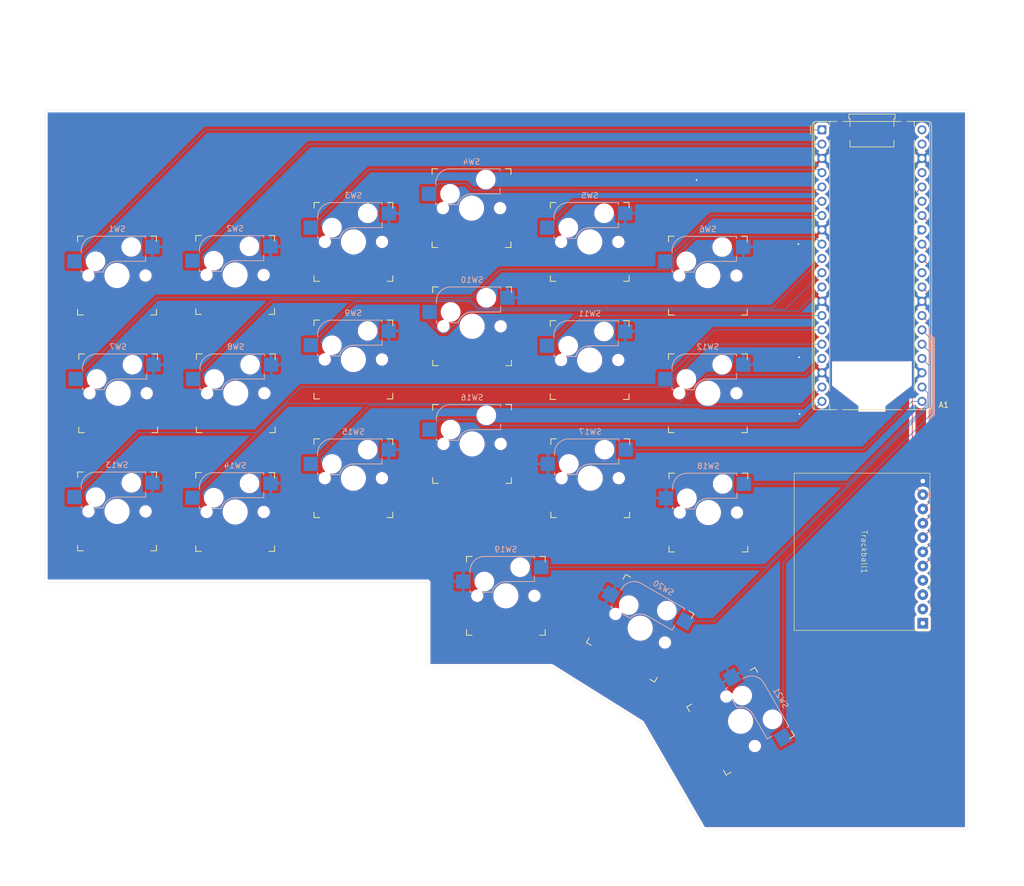
<source format=kicad_pcb>
(kicad_pcb (version 20241229) (generator "pcbnew") (generator_version "9.0")
  (layers (0 "F.Cu" signal "Front") (4 "In1.Cu" signal) (6 "In2.Cu" signal) (2 "B.Cu" signal "Back") (13 "F.Paste" user) (15 "B.Paste" user) (5 "F.SilkS" user "F.Silkscreen") (7 "B.SilkS" user "B.Silkscreen") (1 "F.Mask" user) (3 "B.Mask" user) (25 "Edge.Cuts" user))
  (net 0 "")
  (net 1 "Net-(A1-GPIO6)")
  (net 3 "GND")
  (net 4 "Net-(A1-GPIO12)")
  (net 5 "Net-(A1-GPIO0)")
  (net 6 "Net-(A1-GPIO21)")
  (net 7 "Net-(A1-GPIO15)")
  (net 8 "Net-(A1-GPIO28_ADC2)")
  (net 9 "Net-(A1-GPIO5)")
  (net 11 "Net-(A1-GPIO2)")
  (net 12 "+3V8")
  (net 13 "Net-(A1-GPIO14)")
  (net 14 "Net-(A1-GPIO9)")
  (net 15 "Net-(A1-GPIO1)")
  (net 16 "Net-(A1-GPIO7)")
  (net 17 "Net-(A1-GPIO19)")
  (net 18 "Net-(A1-GPIO17)")
  (net 19 "Net-(A1-GPIO18)")
  (net 20 "Net-(A1-GPIO3)")
  (net 21 "Net-(A1-GPIO20)")
  (net 22 "Net-(A1-GPIO4)")
  (net 23 "Net-(A1-GPIO22)")
  (net 24 "Net-(A1-GPIO8)")
  (net 26 "Net-(A1-GPIO10)")
  (net 27 "Net-(A1-GPIO26_ADC0)")
  (net 30 "Net-(A1-3V3)")
  (net 31 "Net-(A1-GPIO11)")
  (net 32 "Net-(A1-GPIO27_ADC1)")
  (net 33 "Net-(A1-GPIO13)")
  (net 34 "Net-(A1-GPIO16)")
  (footprint "Kailh_socket_MX:Kailh_socket_MX" (layer "F.Cu") (at 80.79 64.48)
    (property "Reference" "SW1" (at 0 -8.255 0) (layer "B.SilkS") (effects (justify mirror)))
    (property "Value" "SW_Push")
    (pad "" np_thru_hole circle (at -5.08 0) (size 1.7018 1.7018) (drill 1.7018) (layers "*.Cu" "*.Mask"))
    (pad "" np_thru_hole circle (at -3.81 -2.54) (size 3 3) (drill 3) (layers "*.Cu" "*.Mask"))
    (pad "" np_thru_hole circle (at 0 0) (size 3.9878 3.9878) (drill 3.9878) (layers "*.Cu" "*.Mask"))
    (pad "" np_thru_hole circle (at 2.54 -5.08) (size 3 3) (drill 3) (layers "*.Cu" "*.Mask"))
    (pad "" np_thru_hole circle (at 5.08 0) (size 1.7018 1.7018) (drill 1.7018) (layers "*.Cu" "*.Mask"))
    (pad "1" smd rect (at 6.29 -5.08) (size 2.55 2.5) (layers "B.Cu" "B.Mask" "B.Paste") (net 3 "GND"))
    (pad "2" smd rect (at -7.56 -2.54) (size 2.55 2.5) (layers "B.Cu" "B.Mask" "B.Paste") (net 5 "Net-(A1-GPIO0)"))
  )
  (footprint "Kailh_socket_MX:Kailh_socket_MX" (layer "F.Cu") (at 101.79 64.38)
    (property "Reference" "SW2" (at 0 -8.255 0) (layer "B.SilkS") (effects (justify mirror)))
    (property "Value" "SW_Push")
    (pad "" np_thru_hole circle (at -5.08 0) (size 1.7018 1.7018) (drill 1.7018) (layers "*.Cu" "*.Mask"))
    (pad "" np_thru_hole circle (at -3.81 -2.54) (size 3 3) (drill 3) (layers "*.Cu" "*.Mask"))
    (pad "" np_thru_hole circle (at 0 0) (size 3.9878 3.9878) (drill 3.9878) (layers "*.Cu" "*.Mask"))
    (pad "" np_thru_hole circle (at 2.54 -5.08) (size 3 3) (drill 3) (layers "*.Cu" "*.Mask"))
    (pad "" np_thru_hole circle (at 5.08 0) (size 1.7018 1.7018) (drill 1.7018) (layers "*.Cu" "*.Mask"))
    (pad "1" smd rect (at 6.29 -5.08) (size 2.55 2.5) (layers "B.Cu" "B.Mask" "B.Paste") (net 3 "GND"))
    (pad "2" smd rect (at -7.56 -2.54) (size 2.55 2.5) (layers "B.Cu" "B.Mask" "B.Paste") (net 15 "Net-(A1-GPIO1)"))
  )
  (footprint "Kailh_socket_MX:Kailh_socket_MX" (layer "F.Cu") (at 185.9 106.6)
    (property "Reference" "SW18" (at 0 -8.255 0) (layer "B.SilkS") (effects (justify mirror)))
    (property "Value" "SW_Push")
    (pad "" np_thru_hole circle (at -5.08 0) (size 1.7018 1.7018) (drill 1.7018) (layers "*.Cu" "*.Mask"))
    (pad "" np_thru_hole circle (at -3.81 -2.54) (size 3 3) (drill 3) (layers "*.Cu" "*.Mask"))
    (pad "" np_thru_hole circle (at 0 0) (size 3.9878 3.9878) (drill 3.9878) (layers "*.Cu" "*.Mask"))
    (pad "" np_thru_hole circle (at 2.54 -5.08) (size 3 3) (drill 3) (layers "*.Cu" "*.Mask"))
    (pad "" np_thru_hole circle (at 5.08 0) (size 1.7018 1.7018) (drill 1.7018) (layers "*.Cu" "*.Mask"))
    (pad "1" smd rect (at 6.29 -5.08) (size 2.55 2.5) (layers "B.Cu" "B.Mask" "B.Paste") (net 18 "Net-(A1-GPIO17)"))
    (pad "2" smd rect (at -7.56 -2.54) (size 2.55 2.5) (layers "B.Cu" "B.Mask" "B.Paste") (net 3 "GND"))
  )
  (footprint "Kailh_socket_MX:Kailh_socket_MX" (layer "F.Cu") (at 122.8 79.4)
    (property "Reference" "SW9" (at 0 -8.255 0) (layer "B.SilkS") (effects (justify mirror)))
    (property "Value" "SW_Push")
    (pad "" np_thru_hole circle (at -5.08 0) (size 1.7018 1.7018) (drill 1.7018) (layers "*.Cu" "*.Mask"))
    (pad "" np_thru_hole circle (at -3.81 -2.54) (size 3 3) (drill 3) (layers "*.Cu" "*.Mask"))
    (pad "" np_thru_hole circle (at 0 0) (size 3.9878 3.9878) (drill 3.9878) (layers "*.Cu" "*.Mask"))
    (pad "" np_thru_hole circle (at 2.54 -5.08) (size 3 3) (drill 3) (layers "*.Cu" "*.Mask"))
    (pad "" np_thru_hole circle (at 5.08 0) (size 1.7018 1.7018) (drill 1.7018) (layers "*.Cu" "*.Mask"))
    (pad "1" smd rect (at 6.29 -5.08) (size 2.55 2.5) (layers "B.Cu" "B.Mask" "B.Paste") (net 3 "GND"))
    (pad "2" smd rect (at -7.56 -2.54) (size 2.55 2.5) (layers "B.Cu" "B.Mask" "B.Paste") (net 24 "Net-(A1-GPIO8)"))
  )
  (footprint "Kailh_socket_MX:Kailh_socket_MX" (layer "F.Cu") (at 122.8 100.5)
    (property "Reference" "SW15" (at 0 -8.255 0) (layer "B.SilkS") (effects (justify mirror)))
    (property "Value" "SW_Push")
    (pad "" np_thru_hole circle (at -5.08 0) (size 1.7018 1.7018) (drill 1.7018) (layers "*.Cu" "*.Mask"))
    (pad "" np_thru_hole circle (at -3.81 -2.54) (size 3 3) (drill 3) (layers "*.Cu" "*.Mask"))
    (pad "" np_thru_hole circle (at 0 0) (size 3.9878 3.9878) (drill 3.9878) (layers "*.Cu" "*.Mask"))
    (pad "" np_thru_hole circle (at 2.54 -5.08) (size 3 3) (drill 3) (layers "*.Cu" "*.Mask"))
    (pad "" np_thru_hole circle (at 5.08 0) (size 1.7018 1.7018) (drill 1.7018) (layers "*.Cu" "*.Mask"))
    (pad "1" smd rect (at 6.29 -5.08) (size 2.55 2.5) (layers "B.Cu" "B.Mask" "B.Paste") (net 3 "GND"))
    (pad "2" smd rect (at -7.56 -2.54) (size 2.55 2.5) (layers "B.Cu" "B.Mask" "B.Paste") (net 13 "Net-(A1-GPIO14)"))
  )
  (footprint "Kailh_socket_MX:Kailh_socket_MX" (layer "F.Cu") (at 80.8 106.4)
    (property "Reference" "SW13" (at 0 -8.255 0) (layer "B.SilkS") (effects (justify mirror)))
    (property "Value" "SW_Push")
    (pad "" np_thru_hole circle (at -5.08 0) (size 1.7018 1.7018) (drill 1.7018) (layers "*.Cu" "*.Mask"))
    (pad "" np_thru_hole circle (at -3.81 -2.54) (size 3 3) (drill 3) (layers "*.Cu" "*.Mask"))
    (pad "" np_thru_hole circle (at 0 0) (size 3.9878 3.9878) (drill 3.9878) (layers "*.Cu" "*.Mask"))
    (pad "" np_thru_hole circle (at 2.54 -5.08) (size 3 3) (drill 3) (layers "*.Cu" "*.Mask"))
    (pad "" np_thru_hole circle (at 5.08 0) (size 1.7018 1.7018) (drill 1.7018) (layers "*.Cu" "*.Mask"))
    (pad "1" smd rect (at 6.29 -5.08) (size 2.55 2.5) (layers "B.Cu" "B.Mask" "B.Paste") (net 3 "GND"))
    (pad "2" smd rect (at -7.56 -2.54) (size 2.55 2.5) (layers "B.Cu" "B.Mask" "B.Paste") (net 4 "Net-(A1-GPIO12)"))
  )
  (footprint "Kailh_socket_MX:Kailh_socket_MX" (layer "F.Cu") (at 101.9 85.4)
    (property "Reference" "SW8" (at 0 -8.255 0) (layer "B.SilkS") (effects (justify mirror)))
    (property "Value" "SW_Push")
    (pad "" np_thru_hole circle (at -5.08 0) (size 1.7018 1.7018) (drill 1.7018) (layers "*.Cu" "*.Mask"))
    (pad "" np_thru_hole circle (at -3.81 -2.54) (size 3 3) (drill 3) (layers "*.Cu" "*.Mask"))
    (pad "" np_thru_hole circle (at 0 0) (size 3.9878 3.9878) (drill 3.9878) (layers "*.Cu" "*.Mask"))
    (pad "" np_thru_hole circle (at 2.54 -5.08) (size 3 3) (drill 3) (layers "*.Cu" "*.Mask"))
    (pad "" np_thru_hole circle (at 5.08 0) (size 1.7018 1.7018) (drill 1.7018) (layers "*.Cu" "*.Mask"))
    (pad "1" smd rect (at 6.29 -5.08) (size 2.55 2.5) (layers "B.Cu" "B.Mask" "B.Paste") (net 3 "GND"))
    (pad "2" smd rect (at -7.56 -2.54) (size 2.55 2.5) (layers "B.Cu" "B.Mask" "B.Paste") (net 16 "Net-(A1-GPIO7)"))
  )
  (footprint "Kailh_socket_MX:Kailh_socket_MX" (layer "F.Cu") (at 143.9 73.5)
    (property "Reference" "SW10" (at 0 -8.255 0) (layer "B.SilkS") (effects (justify mirror)))
    (property "Value" "SW_Push")
    (pad "" np_thru_hole circle (at -5.08 0) (size 1.7018 1.7018) (drill 1.7018) (layers "*.Cu" "*.Mask"))
    (pad "" np_thru_hole circle (at -3.81 -2.54) (size 3 3) (drill 3) (layers "*.Cu" "*.Mask"))
    (pad "" np_thru_hole circle (at 0 0) (size 3.9878 3.9878) (drill 3.9878) (layers "*.Cu" "*.Mask"))
    (pad "" np_thru_hole circle (at 2.54 -5.08) (size 3 3) (drill 3) (layers "*.Cu" "*.Mask"))
    (pad "" np_thru_hole circle (at 5.08 0) (size 1.7018 1.7018) (drill 1.7018) (layers "*.Cu" "*.Mask"))
    (pad "1" smd rect (at 6.29 -5.08) (size 2.55 2.5) (layers "B.Cu" "B.Mask" "B.Paste") (net 3 "GND"))
    (pad "2" smd rect (at -7.56 -2.54) (size 2.55 2.5) (layers "B.Cu" "B.Mask" "B.Paste") (net 14 "Net-(A1-GPIO9)"))
  )
  (footprint "Kailh_socket_MX:Kailh_socket_MX" (layer "F.Cu") (at 164.9 100.5)
    (property "Reference" "SW17" (at 0 -8.255 0) (layer "B.SilkS") (effects (justify mirror)))
    (property "Value" "SW_Push")
    (pad "" np_thru_hole circle (at -5.08 0) (size 1.7018 1.7018) (drill 1.7018) (layers "*.Cu" "*.Mask"))
    (pad "" np_thru_hole circle (at -3.81 -2.54) (size 3 3) (drill 3) (layers "*.Cu" "*.Mask"))
    (pad "" np_thru_hole circle (at 0 0) (size 3.9878 3.9878) (drill 3.9878) (layers "*.Cu" "*.Mask"))
    (pad "" np_thru_hole circle (at 2.54 -5.08) (size 3 3) (drill 3) (layers "*.Cu" "*.Mask"))
    (pad "" np_thru_hole circle (at 5.08 0) (size 1.7018 1.7018) (drill 1.7018) (layers "*.Cu" "*.Mask"))
    (pad "1" smd rect (at 6.29 -5.08) (size 2.55 2.5) (layers "B.Cu" "B.Mask" "B.Paste") (net 34 "Net-(A1-GPIO16)"))
    (pad "2" smd rect (at -7.56 -2.54) (size 2.55 2.5) (layers "B.Cu" "B.Mask" "B.Paste") (net 3 "GND"))
  )
  (footprint "Kailh_socket_MX:Kailh_socket_MX" (layer "F.Cu") (at 122.815 58.5)
    (property "Reference" "SW3" (at 0 -8.255 0) (layer "B.SilkS") (effects (justify mirror)))
    (property "Value" "SW_Push")
    (pad "" np_thru_hole circle (at -5.08 0) (size 1.7018 1.7018) (drill 1.7018) (layers "*.Cu" "*.Mask"))
    (pad "" np_thru_hole circle (at -3.81 -2.54) (size 3 3) (drill 3) (layers "*.Cu" "*.Mask"))
    (pad "" np_thru_hole circle (at 0 0) (size 3.9878 3.9878) (drill 3.9878) (layers "*.Cu" "*.Mask"))
    (pad "" np_thru_hole circle (at 2.54 -5.08) (size 3 3) (drill 3) (layers "*.Cu" "*.Mask"))
    (pad "" np_thru_hole circle (at 5.08 0) (size 1.7018 1.7018) (drill 1.7018) (layers "*.Cu" "*.Mask"))
    (pad "1" smd rect (at 6.29 -5.08) (size 2.55 2.5) (layers "B.Cu" "B.Mask" "B.Paste") (net 3 "GND"))
    (pad "2" smd rect (at -7.56 -2.54) (size 2.55 2.5) (layers "B.Cu" "B.Mask" "B.Paste") (net 11 "Net-(A1-GPIO2)"))
  )
  (footprint "Kailh_socket_MX:Kailh_socket_MX" (layer "F.Cu") (at 101.8 106.5)
    (property "Reference" "SW14" (at 0 -8.255 0) (layer "B.SilkS") (effects (justify mirror)))
    (property "Value" "SW_Push")
    (pad "" np_thru_hole circle (at -5.08 0) (size 1.7018 1.7018) (drill 1.7018) (layers "*.Cu" "*.Mask"))
    (pad "" np_thru_hole circle (at -3.81 -2.54) (size 3 3) (drill 3) (layers "*.Cu" "*.Mask"))
    (pad "" np_thru_hole circle (at 0 0) (size 3.9878 3.9878) (drill 3.9878) (layers "*.Cu" "*.Mask"))
    (pad "" np_thru_hole circle (at 2.54 -5.08) (size 3 3) (drill 3) (layers "*.Cu" "*.Mask"))
    (pad "" np_thru_hole circle (at 5.08 0) (size 1.7018 1.7018) (drill 1.7018) (layers "*.Cu" "*.Mask"))
    (pad "1" smd rect (at 6.29 -5.08) (size 2.55 2.5) (layers "B.Cu" "B.Mask" "B.Paste") (net 3 "GND"))
    (pad "2" smd rect (at -7.56 -2.54) (size 2.55 2.5) (layers "B.Cu" "B.Mask" "B.Paste") (net 33 "Net-(A1-GPIO13)"))
  )
  (footprint "Kailh_socket_MX:Kailh_socket_MX" (layer "F.Cu") (at 191.62 143.699409 -60)
    (property "Reference" "SW21" (at 0 -8.255 120) (layer "B.SilkS") (effects (justify mirror)))
    (property "Value" "SW_Push")
    (pad "" np_thru_hole circle (at -5.08 0 300) (size 1.7018 1.7018) (drill 1.7018) (layers "*.Cu" "*.Mask"))
    (pad "" np_thru_hole circle (at -3.81 -2.540001 300) (size 3 3) (drill 3) (layers "*.Cu" "*.Mask"))
    (pad "" np_thru_hole circle (at 0 0 300) (size 3.9878 3.9878) (drill 3.9878) (layers "*.Cu" "*.Mask"))
    (pad "" np_thru_hole circle (at 2.54 -5.08 300) (size 3 3) (drill 3) (layers "*.Cu" "*.Mask"))
    (pad "" np_thru_hole circle (at 5.08 0 300) (size 1.7018 1.7018) (drill 1.7018) (layers "*.Cu" "*.Mask"))
    (pad "1" smd rect (at 6.29 -5.08 300) (size 2.55 2.5) (layers "B.Cu" "B.Mask" "B.Paste") (net 21 "Net-(A1-GPIO20)"))
    (pad "2" smd rect (at -7.56 -2.54 300) (size 2.55 2.5) (layers "B.Cu" "B.Mask" "B.Paste") (net 3 "GND"))
  )
  (footprint "Kailh_socket_MX:Kailh_socket_MX" (layer "F.Cu") (at 164.8 79.5)
    (property "Reference" "SW11" (at 0 -8.255 0) (layer "B.SilkS") (effects (justify mirror)))
    (property "Value" "SW_Push")
    (pad "" np_thru_hole circle (at -5.08 0) (size 1.7018 1.7018) (drill 1.7018) (layers "*.Cu" "*.Mask"))
    (pad "" np_thru_hole circle (at -3.81 -2.54) (size 3 3) (drill 3) (layers "*.Cu" "*.Mask"))
    (pad "" np_thru_hole circle (at 0 0) (size 3.9878 3.9878) (drill 3.9878) (layers "*.Cu" "*.Mask"))
    (pad "" np_thru_hole circle (at 2.54 -5.08) (size 3 3) (drill 3) (layers "*.Cu" "*.Mask"))
    (pad "" np_thru_hole circle (at 5.08 0) (size 1.7018 1.7018) (drill 1.7018) (layers "*.Cu" "*.Mask"))
    (pad "1" smd rect (at 6.29 -5.08) (size 2.55 2.5) (layers "B.Cu" "B.Mask" "B.Paste") (net 3 "GND"))
    (pad "2" smd rect (at -7.56 -2.54) (size 2.55 2.5) (layers "B.Cu" "B.Mask" "B.Paste") (net 26 "Net-(A1-GPIO10)"))
  )
  (footprint "Kailh_socket_MX:Kailh_socket_MX" (layer "F.Cu") (at 185.8 64.5)
    (property "Reference" "SW6" (at 0 -8.255 0) (layer "B.SilkS") (effects (justify mirror)))
    (property "Value" "SW_Push")
    (pad "" np_thru_hole circle (at -5.08 0) (size 1.7018 1.7018) (drill 1.7018) (layers "*.Cu" "*.Mask"))
    (pad "" np_thru_hole circle (at -3.81 -2.54) (size 3 3) (drill 3) (layers "*.Cu" "*.Mask"))
    (pad "" np_thru_hole circle (at 0 0) (size 3.9878 3.9878) (drill 3.9878) (layers "*.Cu" "*.Mask"))
    (pad "" np_thru_hole circle (at 2.54 -5.08) (size 3 3) (drill 3) (layers "*.Cu" "*.Mask"))
    (pad "" np_thru_hole circle (at 5.08 0) (size 1.7018 1.7018) (drill 1.7018) (layers "*.Cu" "*.Mask"))
    (pad "1" smd rect (at 6.29 -5.08) (size 2.55 2.5) (layers "B.Cu" "B.Mask" "B.Paste") (net 3 "GND"))
    (pad "2" smd rect (at -7.56 -2.54) (size 2.55 2.5) (layers "B.Cu" "B.Mask" "B.Paste") (net 9 "Net-(A1-GPIO5)"))
  )
  (footprint "Module:RaspberryPi_Pico_Common_THT" (layer "F.Cu") (at 206.08 38.58)
    (property "Reference" "A1" (at 20.6375 48.895 0) (layer "F.SilkS") (effects (justify left)))
    (property "Value" "RaspberryPi_Pico_W")
    (pad "1" thru_hole roundrect (at 0 0) (size 1.6 1.6) (drill 1) (layers "*.Cu" "*.Mask") (roundrect_rratio 0.125) (net 5 "Net-(A1-GPIO0)"))
    (pad "2" thru_hole circle (at 0 2.54) (size 1.6 1.6) (drill 1) (layers "*.Cu" "*.Mask") (net 15 "Net-(A1-GPIO1)"))
    (pad "3" thru_hole custom (at 0 5.08) (size 1.6 1.6) (drill 1) (layers "*.Cu" "*.Mask") (net 3 "GND") (options (clearance outline) (anchor circle)) (primitives (gr_poly (pts (xy 0.8 0.6) (xy 0.8 -0.6) (xy 0.6 -0.8) (xy 0 -0.8) (xy 0 0.8) (xy 0.6 0.8)) (width 0) (fill yes)) (gr_circle (center 0.6 0.6) (end 0.8 0.6) (width 0) (fill yes)) (gr_circle (center 0.6 -0.6) (end 0.8 -0.6) (width 0) (fill yes))))
    (pad "4" thru_hole circle (at 0 7.62) (size 1.6 1.6) (drill 1) (layers "*.Cu" "*.Mask") (net 11 "Net-(A1-GPIO2)"))
    (pad "5" thru_hole circle (at 0 10.16) (size 1.6 1.6) (drill 1) (layers "*.Cu" "*.Mask") (net 20 "Net-(A1-GPIO3)"))
    (pad "6" thru_hole circle (at 0 12.7) (size 1.6 1.6) (drill 1) (layers "*.Cu" "*.Mask") (net 22 "Net-(A1-GPIO4)"))
    (pad "7" thru_hole circle (at 0 15.24) (size 1.6 1.6) (drill 1) (layers "*.Cu" "*.Mask") (net 9 "Net-(A1-GPIO5)"))
    (pad "8" thru_hole custom (at 0 17.78) (size 1.6 1.6) (drill 1) (layers "*.Cu" "*.Mask") (net 3 "GND") (options (clearance outline) (anchor circle)) (primitives (gr_poly (pts (xy 0.8 0.6) (xy 0.8 -0.6) (xy 0.6 -0.8) (xy 0 -0.8) (xy 0 0.8) (xy 0.6 0.8)) (width 0) (fill yes)) (gr_circle (center 0.6 0.6) (end 0.8 0.6) (width 0) (fill yes)) (gr_circle (center 0.6 -0.6) (end 0.8 -0.6) (width 0) (fill yes))))
    (pad "9" thru_hole circle (at 0 20.32) (size 1.6 1.6) (drill 1) (layers "*.Cu" "*.Mask") (net 1 "Net-(A1-GPIO6)"))
    (pad "10" thru_hole circle (at 0 22.86) (size 1.6 1.6) (drill 1) (layers "*.Cu" "*.Mask") (net 16 "Net-(A1-GPIO7)"))
    (pad "11" thru_hole circle (at 0 25.4) (size 1.6 1.6) (drill 1) (layers "*.Cu" "*.Mask") (net 24 "Net-(A1-GPIO8)"))
    (pad "12" thru_hole circle (at 0 27.94) (size 1.6 1.6) (drill 1) (layers "*.Cu" "*.Mask") (net 14 "Net-(A1-GPIO9)"))
    (pad "13" thru_hole custom (at 0 30.48) (size 1.6 1.6) (drill 1) (layers "*.Cu" "*.Mask") (net 3 "GND") (options (clearance outline) (anchor circle)) (primitives (gr_poly (pts (xy 0.8 0.6) (xy 0.8 -0.6) (xy 0.6 -0.8) (xy 0 -0.8) (xy 0 0.8) (xy 0.6 0.8)) (width 0) (fill yes)) (gr_circle (center 0.6 0.6) (end 0.8 0.6) (width 0) (fill yes)) (gr_circle (center 0.6 -0.6) (end 0.8 -0.6) (width 0) (fill yes))))
    (pad "14" thru_hole circle (at 0 33.02) (size 1.6 1.6) (drill 1) (layers "*.Cu" "*.Mask") (net 26 "Net-(A1-GPIO10)"))
    (pad "15" thru_hole circle (at 0 35.56) (size 1.6 1.6) (drill 1) (layers "*.Cu" "*.Mask") (net 31 "Net-(A1-GPIO11)"))
    (pad "16" thru_hole circle (at 0 38.1) (size 1.6 1.6) (drill 1) (layers "*.Cu" "*.Mask") (net 4 "Net-(A1-GPIO12)"))
    (pad "17" thru_hole circle (at 0 40.64) (size 1.6 1.6) (drill 1) (layers "*.Cu" "*.Mask") (net 33 "Net-(A1-GPIO13)"))
    (pad "18" thru_hole custom (at 0 43.18) (size 1.6 1.6) (drill 1) (layers "*.Cu" "*.Mask") (net 3 "GND") (options (clearance outline) (anchor circle)) (primitives (gr_poly (pts (xy 0.8 0.6) (xy 0.8 -0.6) (xy 0.6 -0.8) (xy 0 -0.8) (xy 0 0.8) (xy 0.6 0.8)) (width 0) (fill yes)) (gr_circle (center 0.6 0.6) (end 0.8 0.6) (width 0) (fill yes)) (gr_circle (center 0.6 -0.6) (end 0.8 -0.6) (width 0) (fill yes))))
    (pad "19" thru_hole circle (at 0 45.72) (size 1.6 1.6) (drill 1) (layers "*.Cu" "*.Mask") (net 13 "Net-(A1-GPIO14)"))
    (pad "20" thru_hole circle (at 0 48.26) (size 1.6 1.6) (drill 1) (layers "*.Cu" "*.Mask") (net 7 "Net-(A1-GPIO15)"))
    (pad "21" thru_hole circle (at 17.78 48.26) (size 1.6 1.6) (drill 1) (layers "*.Cu" "*.Mask") (net 34 "Net-(A1-GPIO16)"))
    (pad "22" thru_hole circle (at 17.78 45.72) (size 1.6 1.6) (drill 1) (layers "*.Cu" "*.Mask") (net 18 "Net-(A1-GPIO17)"))
    (pad "23" thru_hole custom (at 17.78 43.18) (size 1.6 1.6) (drill 1) (layers "*.Cu" "*.Mask") (net 3 "GND") (options (clearance outline) (anchor circle)) (primitives (gr_poly (pts (xy -0.8 0.6) (xy -0.8 -0.6) (xy -0.6 -0.8) (xy 0 -0.8) (xy 0 0.8) (xy -0.6 0.8)) (width 0) (fill yes)) (gr_circle (center -0.6 0.6) (end -0.4 0.6) (width 0) (fill yes)) (gr_circle (center -0.6 -0.6) (end -0.4 -0.6) (width 0) (fill yes))))
    (pad "24" thru_hole circle (at 17.78 40.64) (size 1.6 1.6) (drill 1) (layers "*.Cu" "*.Mask") (net 19 "Net-(A1-GPIO18)"))
    (pad "25" thru_hole circle (at 17.78 38.1) (size 1.6 1.6) (drill 1) (layers "*.Cu" "*.Mask") (net 17 "Net-(A1-GPIO19)"))
    (pad "26" thru_hole circle (at 17.78 35.56) (size 1.6 1.6) (drill 1) (layers "*.Cu" "*.Mask") (net 21 "Net-(A1-GPIO20)"))
    (pad "27" thru_hole circle (at 17.78 33.02) (size 1.6 1.6) (drill 1) (layers "*.Cu" "*.Mask") (net 6 "Net-(A1-GPIO21)"))
    (pad "28" thru_hole custom (at 17.78 30.48) (size 1.6 1.6) (drill 1) (layers "*.Cu" "*.Mask") (net 3 "GND") (options (clearance outline) (anchor circle)) (primitives (gr_poly (pts (xy -0.8 0.6) (xy -0.8 -0.6) (xy -0.6 -0.8) (xy 0 -0.8) (xy 0 0.8) (xy -0.6 0.8)) (width 0) (fill yes)) (gr_circle (center -0.6 0.6) (end -0.4 0.6) (width 0) (fill yes)) (gr_circle (center -0.6 -0.6) (end -0.4 -0.6) (width 0) (fill yes))))
    (pad "29" thru_hole circle (at 17.78 27.94) (size 1.6 1.6) (drill 1) (layers "*.Cu" "*.Mask") (net 23 "Net-(A1-GPIO22)"))
    (pad "30" thru_hole circle (at 17.78 25.4) (size 1.6 1.6) (drill 1) (layers "*.Cu" "*.Mask"))
    (pad "31" thru_hole circle (at 17.78 22.86) (size 1.6 1.6) (drill 1) (layers "*.Cu" "*.Mask") (net 27 "Net-(A1-GPIO26_ADC0)"))
    (pad "32" thru_hole circle (at 17.78 20.32) (size 1.6 1.6) (drill 1) (layers "*.Cu" "*.Mask") (net 32 "Net-(A1-GPIO27_ADC1)"))
    (pad "33" thru_hole custom (at 17.78 17.78) (size 1.6 1.6) (drill 1) (layers "*.Cu" "*.Mask") (options (clearance outline) (anchor circle)) (primitives (gr_poly (pts (xy -0.8 0.6) (xy -0.8 -0.6) (xy -0.6 -0.8) (xy 0 -0.8) (xy 0 0.8) (xy -0.6 0.8)) (width 0) (fill yes)) (gr_circle (center -0.6 0.6) (end -0.4 0.6) (width 0) (fill yes)) (gr_circle (center -0.6 -0.6) (end -0.4 -0.6) (width 0) (fill yes))))
    (pad "34" thru_hole circle (at 17.78 15.24) (size 1.6 1.6) (drill 1) (layers "*.Cu" "*.Mask") (net 8 "Net-(A1-GPIO28_ADC2)"))
    (pad "35" thru_hole circle (at 17.78 12.7) (size 1.6 1.6) (drill 1) (layers "*.Cu" "*.Mask"))
    (pad "36" thru_hole circle (at 17.78 10.16) (size 1.6 1.6) (drill 1) (layers "*.Cu" "*.Mask") (net 30 "Net-(A1-3V3)"))
    (pad "37" thru_hole circle (at 17.78 7.62) (size 1.6 1.6) (drill 1) (layers "*.Cu" "*.Mask"))
    (pad "38" thru_hole custom (at 17.78 5.08) (size 1.6 1.6) (drill 1) (layers "*.Cu" "*.Mask") (net 3 "GND") (options (clearance outline) (anchor circle)) (primitives (gr_poly (pts (xy -0.8 0.6) (xy -0.8 -0.6) (xy -0.6 -0.8) (xy 0 -0.8) (xy 0 0.8) (xy -0.6 0.8)) (width 0) (fill yes)) (gr_circle (center -0.6 0.6) (end -0.4 0.6) (width 0) (fill yes)) (gr_circle (center -0.6 -0.6) (end -0.4 -0.6) (width 0) (fill yes))))
    (pad "39" thru_hole circle (at 17.78 2.54) (size 1.6 1.6) (drill 1) (layers "*.Cu" "*.Mask") (net 12 "+3V8"))
    (pad "40" thru_hole circle (at 17.78 0) (size 1.6 1.6) (drill 1) (layers "*.Cu" "*.Mask"))
    (zone (net 0) (net_name "") (layers "F.Cu" "B.Cu" "In1.Cu" "In2.Cu" "F.Paste" "B.Paste") (name "Antenna Copper Keep Out") (connect_pads (clearance 0)) (min_thickness 0.254)
      (keepout (tracks not_allowed) (vias not_allowed) (pads not_allowed) (copperpour not_allowed) (footprints allowed))
      (fill (thermal_gap 0.508) (thermal_bridge_width 0.508))
      (polygon (pts (xy 212.57 87.699895) (xy 207.87 84.049895) (xy 207.87 79.71) (xy 222.07 79.71) (xy 222.07 84.049895) (xy 217.37 87.699895) (xy 217.37 88.71) (xy 212.57 88.71)))
    )
  )
  (footprint "Kailh_socket_MX:Kailh_socket_MX" (layer "F.Cu") (at 149.9 121.4)
    (property "Reference" "SW19" (at 0 -8.255 0) (layer "B.SilkS") (effects (justify mirror)))
    (property "Value" "SW_Push")
    (pad "" np_thru_hole circle (at -5.08 0) (size 1.7018 1.7018) (drill 1.7018) (layers "*.Cu" "*.Mask"))
    (pad "" np_thru_hole circle (at -3.81 -2.54) (size 3 3) (drill 3) (layers "*.Cu" "*.Mask"))
    (pad "" np_thru_hole circle (at 0 0) (size 3.9878 3.9878) (drill 3.9878) (layers "*.Cu" "*.Mask"))
    (pad "" np_thru_hole circle (at 2.54 -5.08) (size 3 3) (drill 3) (layers "*.Cu" "*.Mask"))
    (pad "" np_thru_hole circle (at 5.08 0) (size 1.7018 1.7018) (drill 1.7018) (layers "*.Cu" "*.Mask"))
    (pad "1" smd rect (at 6.29 -5.08) (size 2.55 2.5) (layers "B.Cu" "B.Mask" "B.Paste") (net 19 "Net-(A1-GPIO18)"))
    (pad "2" smd rect (at -7.56 -2.54) (size 2.55 2.5) (layers "B.Cu" "B.Mask" "B.Paste") (net 3 "GND"))
  )
  (footprint "Kailh_socket_MX:Kailh_socket_MX" (layer "F.Cu") (at 164.815 58.5)
    (property "Reference" "SW5" (at 0 -8.255 0) (layer "B.SilkS") (effects (justify mirror)))
    (property "Value" "SW_Push")
    (pad "" np_thru_hole circle (at -5.08 0) (size 1.7018 1.7018) (drill 1.7018) (layers "*.Cu" "*.Mask"))
    (pad "" np_thru_hole circle (at -3.81 -2.54) (size 3 3) (drill 3) (layers "*.Cu" "*.Mask"))
    (pad "" np_thru_hole circle (at 0 0) (size 3.9878 3.9878) (drill 3.9878) (layers "*.Cu" "*.Mask"))
    (pad "" np_thru_hole circle (at 2.54 -5.08) (size 3 3) (drill 3) (layers "*.Cu" "*.Mask"))
    (pad "" np_thru_hole circle (at 5.08 0) (size 1.7018 1.7018) (drill 1.7018) (layers "*.Cu" "*.Mask"))
    (pad "1" smd rect (at 6.29 -5.08) (size 2.55 2.5) (layers "B.Cu" "B.Mask" "B.Paste") (net 3 "GND"))
    (pad "2" smd rect (at -7.56 -2.54) (size 2.55 2.5) (layers "B.Cu" "B.Mask" "B.Paste") (net 22 "Net-(A1-GPIO4)"))
  )
  (footprint "Kailh_socket_MX:Kailh_socket_MX" (layer "F.Cu") (at 143.8 52.5)
    (property "Reference" "SW4" (at 0 -8.255 0) (layer "B.SilkS") (effects (justify mirror)))
    (property "Value" "SW_Push")
    (pad "" np_thru_hole circle (at -5.08 0) (size 1.7018 1.7018) (drill 1.7018) (layers "*.Cu" "*.Mask"))
    (pad "" np_thru_hole circle (at -3.81 -2.54) (size 3 3) (drill 3) (layers "*.Cu" "*.Mask"))
    (pad "" np_thru_hole circle (at 0 0) (size 3.9878 3.9878) (drill 3.9878) (layers "*.Cu" "*.Mask"))
    (pad "" np_thru_hole circle (at 2.54 -5.08) (size 3 3) (drill 3) (layers "*.Cu" "*.Mask"))
    (pad "" np_thru_hole circle (at 5.08 0) (size 1.7018 1.7018) (drill 1.7018) (layers "*.Cu" "*.Mask"))
    (pad "1" smd rect (at 6.29 -5.08) (size 2.55 2.5) (layers "B.Cu" "B.Mask" "B.Paste") (net 3 "GND"))
    (pad "2" smd rect (at -7.56 -2.54) (size 2.55 2.5) (layers "B.Cu" "B.Mask" "B.Paste") (net 20 "Net-(A1-GPIO3)"))
  )
  (footprint "Kailh_socket_MX:Kailh_socket_MX" (layer "F.Cu") (at 81 85.4)
    (property "Reference" "SW7" (at 0 -8.255 0) (layer "B.SilkS") (effects (justify mirror)))
    (property "Value" "SW_Push")
    (pad "" np_thru_hole circle (at -5.08 0) (size 1.7018 1.7018) (drill 1.7018) (layers "*.Cu" "*.Mask"))
    (pad "" np_thru_hole circle (at -3.81 -2.54) (size 3 3) (drill 3) (layers "*.Cu" "*.Mask"))
    (pad "" np_thru_hole circle (at 0 0) (size 3.9878 3.9878) (drill 3.9878) (layers "*.Cu" "*.Mask"))
    (pad "" np_thru_hole circle (at 2.54 -5.08) (size 3 3) (drill 3) (layers "*.Cu" "*.Mask"))
    (pad "" np_thru_hole circle (at 5.08 0) (size 1.7018 1.7018) (drill 1.7018) (layers "*.Cu" "*.Mask"))
    (pad "1" smd rect (at 6.29 -5.08) (size 2.55 2.5) (layers "B.Cu" "B.Mask" "B.Paste") (net 3 "GND"))
    (pad "2" smd rect (at -7.56 -2.54) (size 2.55 2.5) (layers "B.Cu" "B.Mask" "B.Paste") (net 1 "Net-(A1-GPIO6)"))
  )
  (footprint "Kailh_socket_MX:Kailh_socket_MX" (layer "F.Cu") (at 143.9 94.4)
    (property "Reference" "SW16" (at 0 -8.255 0) (layer "B.SilkS") (effects (justify mirror)))
    (property "Value" "SW_Push")
    (pad "" np_thru_hole circle (at -5.08 0) (size 1.7018 1.7018) (drill 1.7018) (layers "*.Cu" "*.Mask"))
    (pad "" np_thru_hole circle (at -3.81 -2.54) (size 3 3) (drill 3) (layers "*.Cu" "*.Mask"))
    (pad "" np_thru_hole circle (at 0 0) (size 3.9878 3.9878) (drill 3.9878) (layers "*.Cu" "*.Mask"))
    (pad "" np_thru_hole circle (at 2.54 -5.08) (size 3 3) (drill 3) (layers "*.Cu" "*.Mask"))
    (pad "" np_thru_hole circle (at 5.08 0) (size 1.7018 1.7018) (drill 1.7018) (layers "*.Cu" "*.Mask"))
    (pad "1" smd rect (at 6.29 -5.08) (size 2.55 2.5) (layers "B.Cu" "B.Mask" "B.Paste") (net 3 "GND"))
    (pad "2" smd rect (at -7.56 -2.54) (size 2.55 2.5) (layers "B.Cu" "B.Mask" "B.Paste") (net 7 "Net-(A1-GPIO15)"))
  )
  (footprint "Kailh_socket_MX:Kailh_socket_MX" (layer "F.Cu") (at 173.779409 127.16 -30)
    (property "Reference" "SW20" (at 0 -8.255 150) (layer "B.SilkS") (effects (justify mirror)))
    (property "Value" "SW_Push")
    (pad "" np_thru_hole circle (at -5.08 0 330) (size 1.7018 1.7018) (drill 1.7018) (layers "*.Cu" "*.Mask"))
    (pad "" np_thru_hole circle (at -3.81 -2.54 330) (size 3 3) (drill 3) (layers "*.Cu" "*.Mask"))
    (pad "" np_thru_hole circle (at 0 0 330) (size 3.9878 3.9878) (drill 3.9878) (layers "*.Cu" "*.Mask"))
    (pad "" np_thru_hole circle (at 2.54 -5.08 330) (size 3 3) (drill 3) (layers "*.Cu" "*.Mask"))
    (pad "" np_thru_hole circle (at 5.08 0 330) (size 1.7018 1.7018) (drill 1.7018) (layers "*.Cu" "*.Mask"))
    (pad "1" smd rect (at 6.29 -5.08 330) (size 2.55 2.5) (layers "B.Cu" "B.Mask" "B.Paste") (net 17 "Net-(A1-GPIO19)"))
    (pad "2" smd rect (at -7.56 -2.54 330) (size 2.55 2.5) (layers "B.Cu" "B.Mask" "B.Paste") (net 3 "GND"))
  )
  (footprint "Trackball:Trackball_footprint" (layer "F.Cu") (at 212.316 113.58 -90)
    (property "Reference" "Trackball1" (at 0 -1.27 270) (layer "F.SilkS") (effects (font (thickness 0.1))))
    (property "Value" "~")
    (pad "1" thru_hole rect (at 12.7 -11.684 270) (size 1.905 1.905) (drill 0.8) (layers "*.Cu" "*.Mask"))
    (pad "2" thru_hole circle (at 10.16 -11.684 270) (size 1.905 1.905) (drill 0.8) (layers "*.Cu" "*.Mask"))
    (pad "3" thru_hole circle (at 7.62 -11.684 270) (size 1.905 1.905) (drill 0.8) (layers "*.Cu" "*.Mask"))
    (pad "4" thru_hole circle (at 5.08 -11.684 270) (size 1.905 1.905) (drill 0.8) (layers "*.Cu" "*.Mask"))
    (pad "5" thru_hole circle (at 2.54 -11.684 270) (size 1.905 1.905) (drill 0.8) (layers "*.Cu" "*.Mask") (net 8 "Net-(A1-GPIO28_ADC2)"))
    (pad "6" thru_hole circle (at 0 -11.684 270) (size 1.905 1.905) (drill 0.8) (layers "*.Cu" "*.Mask") (net 32 "Net-(A1-GPIO27_ADC1)"))
    (pad "7" thru_hole circle (at -2.54 -11.684 270) (size 1.905 1.905) (drill 0.8) (layers "*.Cu" "*.Mask") (net 27 "Net-(A1-GPIO26_ADC0)"))
    (pad "8" thru_hole circle (at -5.08 -11.684 270) (size 1.905 1.905) (drill 0.8) (layers "*.Cu" "*.Mask") (net 23 "Net-(A1-GPIO22)"))
    (pad "9" thru_hole circle (at -7.62 -11.684 270) (size 1.905 1.905) (drill 0.8) (layers "*.Cu" "*.Mask") (net 6 "Net-(A1-GPIO21)"))
    (pad "10" thru_hole circle (at -10.16 -11.684 270) (size 1.905 1.905) (drill 0.8) (layers "*.Cu" "*.Mask") (net 30 "Net-(A1-3V3)"))
    (pad "11" thru_hole circle (at -12.573 -11.684 270) (size 1.905 1.905) (drill 0.8) (layers "*.Cu" "*.Mask") (net 3 "GND"))
  )
  (footprint "Kailh_socket_MX:Kailh_socket_MX" (layer "F.Cu") (at 185.8 85.4)
    (property "Reference" "SW12" (at 0 -8.255 0) (layer "B.SilkS") (effects (justify mirror)))
    (property "Value" "SW_Push")
    (pad "" np_thru_hole circle (at -5.08 0) (size 1.7018 1.7018) (drill 1.7018) (layers "*.Cu" "*.Mask"))
    (pad "" np_thru_hole circle (at -3.81 -2.54) (size 3 3) (drill 3) (layers "*.Cu" "*.Mask"))
    (pad "" np_thru_hole circle (at 0 0) (size 3.9878 3.9878) (drill 3.9878) (layers "*.Cu" "*.Mask"))
    (pad "" np_thru_hole circle (at 2.54 -5.08) (size 3 3) (drill 3) (layers "*.Cu" "*.Mask"))
    (pad "" np_thru_hole circle (at 5.08 0) (size 1.7018 1.7018) (drill 1.7018) (layers "*.Cu" "*.Mask"))
    (pad "1" smd rect (at 6.29 -5.08) (size 2.55 2.5) (layers "B.Cu" "B.Mask" "B.Paste") (net 3 "GND"))
    (pad "2" smd rect (at -7.56 -2.54) (size 2.55 2.5) (layers "B.Cu" "B.Mask" "B.Paste") (net 31 "Net-(A1-GPIO11)"))
  )
  (gr_line (start 185 163) (end 232 163) (stroke (width 0.0381)) (layer "Edge.Cuts"))
  (gr_line (start 136 133) (end 136 134) (stroke (width 0.0381)) (layer "Edge.Cuts"))
  (gr_line (start 232 93) (end 232 36) (stroke (width 0.0381)) (layer "Edge.Cuts"))
  (gr_line (start 158 134) (end 174 144) (stroke (width 0.0381)) (layer "Edge.Cuts"))
  (gr_line (start 68 36) (end 68 119) (stroke (width 0.0381)) (layer "Edge.Cuts"))
  (gr_line (start 232 36) (end 232 35) (stroke (width 0.0381)) (layer "Edge.Cuts"))
  (gr_line (start 232 35) (end 68 35) (stroke (width 0.0381)) (layer "Edge.Cuts"))
  (gr_line (start 136 134) (end 158 134) (stroke (width 0.0381)) (layer "Edge.Cuts"))
  (gr_line (start 232 93) (end 232 163) (stroke (width 0.0381)) (layer "Edge.Cuts"))
  (gr_line (start 136 119) (end 136 133) (stroke (width 0.0381)) (layer "Edge.Cuts"))
  (gr_line (start 68 35) (end 68 36) (stroke (width 0.0381)) (layer "Edge.Cuts"))
  (gr_line (start 174 144) (end 185 163) (stroke (width 0.0381)) (layer "Edge.Cuts"))
  (gr_line (start 68 119) (end 136 119) (stroke (width 0.0381)) (layer "Edge.Cuts"))
  (segment (start 87.9 68.4) (end 143.893909 68.4) (width 0.127) (layer "B.Cu") (net 1))
  (segment (start 148.892409 63.4015) (end 179.7065 63.4015) (width 0.127) (layer "B.Cu") (net 1))
  (segment (start 179.7065 63.4015) (end 179.7065 61.3935) (width 0.127) (layer "B.Cu") (net 1))
  (segment (start 73.44 82.86) (end 87.9 68.4) (width 0.127) (layer "B.Cu") (net 1))
  (segment (start 204.7855 57.6055) (end 206.08 58.9) (width 0.127) (layer "B.Cu") (net 1))
  (segment (start 183.4945 57.6055) (end 204.7855 57.6055) (width 0.127) (layer "B.Cu") (net 1))
  (segment (start 143.893909 68.4) (end 148.892409 63.4015) (width 0.127) (layer "B.Cu") (net 1))
  (segment (start 179.7065 61.3935) (end 183.4945 57.6055) (width 0.127) (layer "B.Cu") (net 1))
  (via (at 201.9 58.9) (size 0.6) (drill 0.3) (layers "F.Cu" "B.Cu") (net 3))
  (via (at 183.8 47.5) (size 0.6) (drill 0.3) (layers "F.Cu" "B.Cu") (net 3))
  (via (at 202 79) (size 0.6) (drill 0.3) (layers "F.Cu" "B.Cu") (net 3))
  (via (at 202.1 89.1) (size 0.6) (drill 0.3) (layers "F.Cu" "B.Cu") (net 3))
  (segment (start 105.439376 92.4) (end 113.537876 84.3015) (width 0.127) (layer "B.Cu") (net 4))
  (segment (start 179.7065 82.577409) (end 185.603909 76.68) (width 0.127) (layer "B.Cu") (net 4))
  (segment (start 179.7065 84.3015) (end 179.7065 82.577409) (width 0.127) (layer "B.Cu") (net 4))
  (segment (start 185.603909 76.68) (end 206.08 76.68) (width 0.127) (layer "B.Cu") (net 4))
  (segment (start 73.24 103.86) (end 84.7 92.4) (width 0.127) (layer "B.Cu") (net 4))
  (segment (start 84.7 92.4) (end 105.439376 92.4) (width 0.127) (layer "B.Cu") (net 4))
  (segment (start 113.537876 84.3015) (end 179.7065 84.3015) (width 0.127) (layer "B.Cu") (net 4))
  (segment (start 73.23 61.94) (end 96.59 38.58) (width 0.127) (layer "B.Cu") (net 5))
  (segment (start 96.59 38.58) (end 206.08 38.58) (width 0.127) (layer "B.Cu") (net 5))
  (segment (start 225.144 104.816) (end 225.144 72.884) (width 0.127) (layer "F.Cu") (net 6))
  (segment (start 224 105.96) (end 225.144 104.816) (width 0.127) (layer "F.Cu") (net 6))
  (segment (start 225.144 72.884) (end 223.86 71.6) (width 0.127) (layer "F.Cu") (net 6))
  (segment (start 201.7855 91.1345) (end 206.08 86.84) (width 0.127) (layer "B.Cu") (net 7))
  (segment (start 144.599409 90.0455) (end 145.688409 91.1345) (width 0.127) (layer "B.Cu") (net 7))
  (segment (start 145.688409 91.1345) (end 201.7855 91.1345) (width 0.127) (layer "B.Cu") (net 7))
  (segment (start 136.34 91.86) (end 138.1545 90.0455) (width 0.127) (layer "B.Cu") (net 7))
  (segment (start 138.1545 90.0455) (end 144.599409 90.0455) (width 0.127) (layer "B.Cu") (net 7))
  (segment (start 226.163998 113.956002) (end 226.163998 56.123998) (width 0.127) (layer "F.Cu") (net 8))
  (segment (start 224 116.12) (end 226.163998 113.956002) (width 0.127) (layer "F.Cu") (net 8))
  (segment (start 226.163998 56.123998) (end 223.86 53.82) (width 0.127) (layer "F.Cu") (net 8))
  (segment (start 186.38 53.82) (end 206.08 53.82) (width 0.127) (layer "B.Cu") (net 9))
  (segment (start 178.24 61.96) (end 186.38 53.82) (width 0.127) (layer "B.Cu") (net 9))
  (segment (start 205.4855 45.6055) (end 206.08 46.2) (width 0.127) (layer "B.Cu") (net 11))
  (segment (start 115.255 55.96) (end 125.6095 45.6055) (width 0.127) (layer "B.Cu") (net 11))
  (segment (start 125.6095 45.6055) (end 205.4855 45.6055) (width 0.127) (layer "B.Cu") (net 11))
  (segment (start 115.24 97.96) (end 125.6945 87.5055) (width 0.127) (layer "B.Cu") (net 13))
  (segment (start 202.6716 87.7084) (end 206.08 84.3) (width 0.127) (layer "B.Cu") (net 13))
  (segment (start 184.843829 87.7084) (end 202.6716 87.7084) (width 0.127) (layer "B.Cu") (net 13))
  (segment (start 125.6945 87.5055) (end 184.640929 87.5055) (width 0.127) (layer "B.Cu") (net 13))
  (segment (start 184.640929 87.5055) (end 184.843829 87.7084) (width 0.127) (layer "B.Cu") (net 13))
  (segment (start 138.337276 74.6654) (end 139.302724 74.6654) (width 0.127) (layer "B.Cu") (net 14))
  (segment (start 136.34 70.96) (end 136.34 72.668124) (width 0.127) (layer "B.Cu") (net 14))
  (segment (start 143.223625 70.744499) (end 201.855501 70.744499) (width 0.127) (layer "B.Cu") (net 14))
  (segment (start 201.855501 70.744499) (end 206.08 66.52) (width 0.127) (layer "B.Cu") (net 14))
  (segment (start 136.34 72.668124) (end 138.337276 74.6654) (width 0.127) (layer "B.Cu") (net 14))
  (segment (start 139.302724 74.6654) (end 143.223625 70.744499) (width 0.127) (layer "B.Cu") (net 14))
  (segment (start 94.23 61.84) (end 114.95 41.12) (width 0.127) (layer "B.Cu") (net 15))
  (segment (start 114.95 41.12) (end 206.08 41.12) (width 0.127) (layer "B.Cu") (net 15))
  (segment (start 145.031824 70.2345) (end 197.2855 70.2345) (width 0.127) (layer "B.Cu") (net 16))
  (segment (start 94.34 82.86) (end 108.4 68.8) (width 0.127) (layer "B.Cu") (net 16))
  (segment (start 197.2855 70.2345) (end 206.08 61.44) (width 0.127) (layer "B.Cu") (net 16))
  (segment (start 143.597324 68.8) (end 145.031824 70.2345) (width 0.127) (layer "B.Cu") (net 16))
  (segment (start 108.4 68.8) (end 143.597324 68.8) (width 0.127) (layer "B.Cu") (net 16))
  (segment (start 181.766709 125.905591) (end 186.91785 125.905591) (width 0.127) (layer "B.Cu") (net 17))
  (segment (start 186.91785 125.905591) (end 225.3615 87.461941) (width 0.127) (layer "B.Cu") (net 17))
  (segment (start 225.3615 87.461941) (end 225.3615 78.1815) (width 0.127) (layer "B.Cu") (net 17))
  (segment (start 225.3615 78.1815) (end 223.86 76.68) (width 0.127) (layer "B.Cu") (net 17))
  (segment (start 224.8515 85.2915) (end 223.86 84.3) (width 0.127) (layer "B.Cu") (net 18))
  (segment (start 210.582193 101.52) (end 224.8515 87.250693) (width 0.127) (layer "B.Cu") (net 18))
  (segment (start 224.8515 87.250693) (end 224.8515 85.2915) (width 0.127) (layer "B.Cu") (net 18))
  (segment (start 192.19 101.52) (end 210.582193 101.52) (width 0.127) (layer "B.Cu") (net 18))
  (segment (start 225.1065 87.356317) (end 225.1065 80.4665) (width 0.127) (layer "B.Cu") (net 19))
  (segment (start 156.19 116.32) (end 196.142817 116.32) (width 0.127) (layer "B.Cu") (net 19))
  (segment (start 225.1065 80.4665) (end 223.86 79.22) (width 0.127) (layer "B.Cu") (net 19))
  (segment (start 196.142817 116.32) (end 225.1065 87.356317) (width 0.127) (layer "B.Cu") (net 19))
  (segment (start 136.24 49.96) (end 138.0545 48.1455) (width 0.127) (layer "B.Cu") (net 20))
  (segment (start 143.9345 49.2345) (end 205.5855 49.2345) (width 0.127) (layer "B.Cu") (net 20))
  (segment (start 138.0545 48.1455) (end 142.8455 48.1455) (width 0.127) (layer "B.Cu") (net 20))
  (segment (start 142.8455 48.1455) (end 143.9345 49.2345) (width 0.127) (layer "B.Cu") (net 20))
  (segment (start 205.5855 49.2345) (end 206.08 48.74) (width 0.127) (layer "B.Cu") (net 20))
  (segment (start 225.616499 88.983501) (end 225.616499 75.896499) (width 0.127) (layer "B.Cu") (net 21))
  (segment (start 199.164409 146.606709) (end 199.164409 115.435591) (width 0.127) (layer "B.Cu") (net 21))
  (segment (start 199.164409 115.435591) (end 225.616499 88.983501) (width 0.127) (layer "B.Cu") (net 21))
  (segment (start 225.616499 75.896499) (end 223.86 74.14) (width 0.127) (layer "B.Cu") (net 21))
  (segment (start 161.935 51.28) (end 206.08 51.28) (width 0.127) (layer "B.Cu") (net 22))
  (segment (start 157.255 55.96) (end 161.935 51.28) (width 0.127) (layer "B.Cu") (net 22))
  (segment (start 225.399 107.101) (end 225.399 68.059) (width 0.127) (layer "F.Cu") (net 23))
  (segment (start 224 108.5) (end 225.399 107.101) (width 0.127) (layer "F.Cu") (net 23))
  (segment (start 225.399 68.059) (end 223.86 66.52) (width 0.127) (layer "F.Cu") (net 23))
  (segment (start 199.5705 70.4895) (end 206.08 63.98) (width 0.127) (layer "B.Cu") (net 24))
  (segment (start 144.9262 70.4895) (end 199.5705 70.4895) (width 0.127) (layer "B.Cu") (net 24))
  (segment (start 143.51835 69.08165) (end 144.9262 70.4895) (width 0.127) (layer "B.Cu") (net 24))
  (segment (start 115.24 76.86) (end 123.01835 69.08165) (width 0.127) (layer "B.Cu") (net 24))
  (segment (start 123.01835 69.08165) (end 143.51835 69.08165) (width 0.127) (layer "B.Cu") (net 24))
  (segment (start 157.24 76.96) (end 162.6 71.6) (width 0.127) (layer "B.Cu") (net 26))
  (segment (start 162.6 71.6) (end 206.08 71.6) (width 0.127) (layer "B.Cu") (net 26))
  (segment (start 225.654 63.234) (end 223.86 61.44) (width 0.127) (layer "F.Cu") (net 27))
  (segment (start 225.654 109.386) (end 225.654 63.234) (width 0.127) (layer "F.Cu") (net 27))
  (segment (start 224 111.04) (end 225.654 109.386) (width 0.127) (layer "F.Cu") (net 27))
  (segment (start 222.1345 50.4655) (end 223.86 48.74) (width 0.127) (layer "F.Cu") (net 30))
  (segment (start 224 103.42) (end 222.1345 101.5545) (width 0.127) (layer "F.Cu") (net 30))
  (segment (start 222.1345 101.5545) (end 222.1345 50.4655) (width 0.127) (layer "F.Cu") (net 30))
  (segment (start 186.96 74.14) (end 206.08 74.14) (width 0.127) (layer "B.Cu") (net 31))
  (segment (start 178.24 82.86) (end 186.96 74.14) (width 0.127) (layer "B.Cu") (net 31))
  (segment (start 225.908999 111.671001) (end 225.908999 60.948999) (width 0.127) (layer "F.Cu") (net 32))
  (segment (start 224 113.58) (end 225.908999 111.671001) (width 0.127) (layer "F.Cu") (net 32))
  (segment (start 225.908999 60.948999) (end 223.86 58.9) (width 0.127) (layer "F.Cu") (net 32))
  (segment (start 180.684928 87.250501) (end 185.762665 82.172764) (width 0.127) (layer "B.Cu") (net 33))
  (segment (start 110.949499 87.250501) (end 180.684928 87.250501) (width 0.127) (layer "B.Cu") (net 33))
  (segment (start 203.127236 82.172764) (end 206.08 79.22) (width 0.127) (layer "B.Cu") (net 33))
  (segment (start 94.24 103.96) (end 110.949499 87.250501) (width 0.127) (layer "B.Cu") (net 33))
  (segment (start 185.762665 82.172764) (end 203.127236 82.172764) (width 0.127) (layer "B.Cu") (net 33))
  (segment (start 222.06 86.84) (end 223.86 86.84) (width 0.127) (layer "B.Cu") (net 34))
  (segment (start 171.19 95.42) (end 213.48 95.42) (width 0.127) (layer "B.Cu") (net 34))
  (segment (start 213.48 95.42) (end 222.06 86.84) (width 0.127) (layer "B.Cu") (net 34))
  (zone (net 3) (net_name "GND") (layers "F.Cu" "B.Cu") (connect_pads (clearance 0.5)) (min_thickness 0.25) (fill yes (thermal_gap 0.5) (thermal_bridge_width 0.5))
    (polygon (pts (xy 60 30) (xy 60 173) (xy 242 172) (xy 239 30)))
  )
)
</source>
